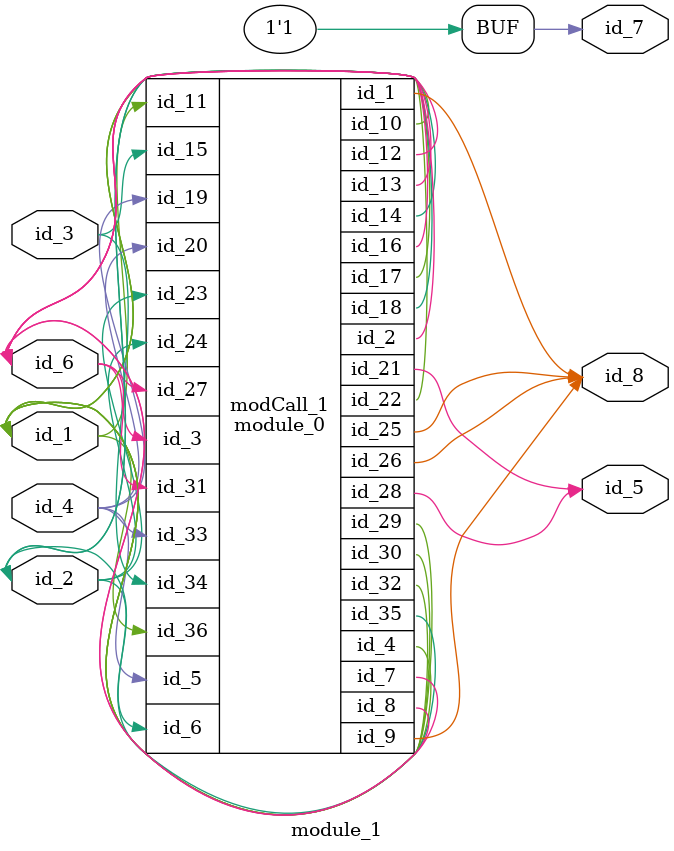
<source format=v>
module module_0 (
    id_1,
    id_2,
    id_3,
    id_4,
    id_5,
    id_6,
    id_7,
    id_8,
    id_9,
    id_10,
    id_11,
    id_12,
    id_13,
    id_14,
    id_15,
    id_16,
    id_17,
    id_18,
    id_19,
    id_20,
    id_21,
    id_22,
    id_23,
    id_24,
    id_25,
    id_26,
    id_27,
    id_28,
    id_29,
    id_30,
    id_31,
    id_32,
    id_33,
    id_34,
    id_35,
    id_36
);
  input wire id_36;
  output wire id_35;
  input wire id_34;
  input wire id_33;
  inout wire id_32;
  input wire id_31;
  inout wire id_30;
  output wire id_29;
  output wire id_28;
  input wire id_27;
  output wire id_26;
  output wire id_25;
  input wire id_24;
  input wire id_23;
  output wire id_22;
  output wire id_21;
  input wire id_20;
  input wire id_19;
  inout wire id_18;
  inout wire id_17;
  inout wire id_16;
  input wire id_15;
  inout wire id_14;
  output wire id_13;
  inout wire id_12;
  input wire id_11;
  inout wire id_10;
  output wire id_9;
  output wire id_8;
  inout wire id_7;
  input wire id_6;
  input wire id_5;
  inout wire id_4;
  input wire id_3;
  inout wire id_2;
  output wire id_1;
  wire id_37, id_38;
  assign module_1.id_3 = 0;
  assign id_32 = 1;
  wire id_39;
endmodule
module module_1 (
    id_1,
    id_2,
    id_3,
    id_4,
    id_5,
    id_6,
    id_7,
    id_8
);
  output wire id_8;
  output wire id_7;
  inout wire id_6;
  output wire id_5;
  input wire id_4;
  input wire id_3;
  inout wire id_2;
  inout wire id_1;
  always @(1 or id_3 == id_6) begin : LABEL_0
    if (1'd0 == 1) id_6 = 1;
    if (1) begin : LABEL_0
      id_7 <= 1;
    end
  end
  module_0 modCall_1 (
      id_8,
      id_6,
      id_6,
      id_1,
      id_4,
      id_2,
      id_6,
      id_6,
      id_8,
      id_1,
      id_1,
      id_6,
      id_6,
      id_2,
      id_3,
      id_6,
      id_1,
      id_2,
      id_4,
      id_4,
      id_5,
      id_1,
      id_2,
      id_2,
      id_8,
      id_8,
      id_6,
      id_5,
      id_1,
      id_1,
      id_6,
      id_1,
      id_4,
      id_3,
      id_2,
      id_1
  );
endmodule

</source>
